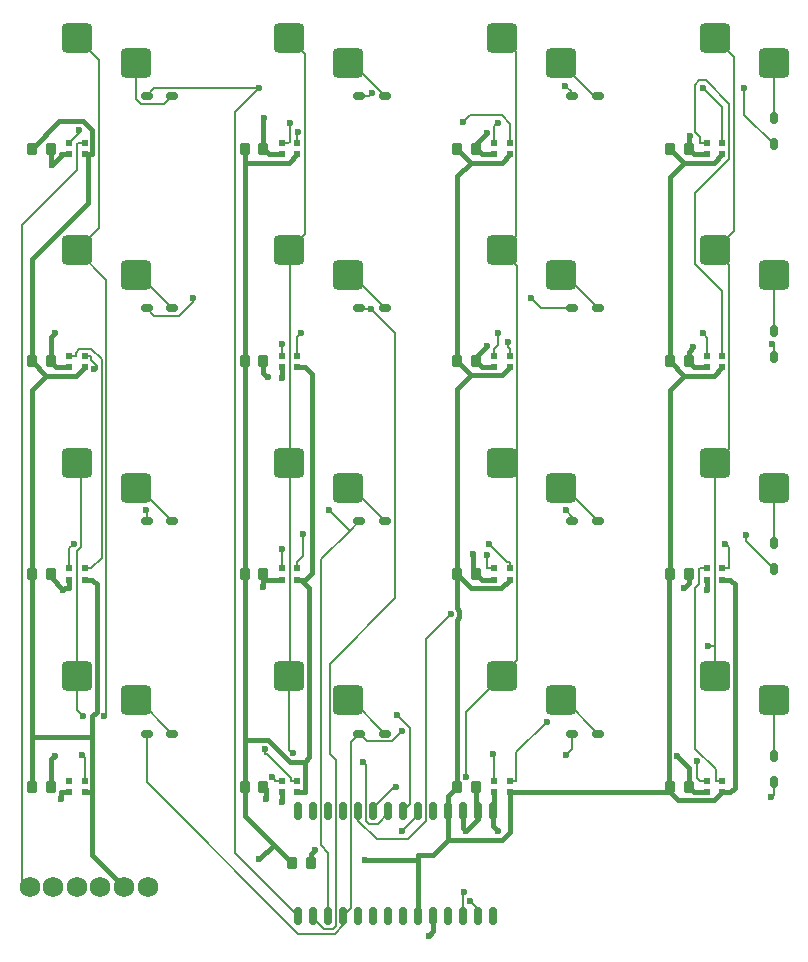
<source format=gtl>
%TF.GenerationSoftware,KiCad,Pcbnew,9.0.7*%
%TF.CreationDate,2026-03-02T03:21:02+09:00*%
%TF.ProjectId,mixtee-key-pcb,6d697874-6565-42d6-9b65-792d7063622e,rev?*%
%TF.SameCoordinates,Original*%
%TF.FileFunction,Copper,L1,Top*%
%TF.FilePolarity,Positive*%
%FSLAX46Y46*%
G04 Gerber Fmt 4.6, Leading zero omitted, Abs format (unit mm)*
G04 Created by KiCad (PCBNEW 9.0.7) date 2026-03-02 03:21:02*
%MOMM*%
%LPD*%
G01*
G04 APERTURE LIST*
G04 Aperture macros list*
%AMRoundRect*
0 Rectangle with rounded corners*
0 $1 Rounding radius*
0 $2 $3 $4 $5 $6 $7 $8 $9 X,Y pos of 4 corners*
0 Add a 4 corners polygon primitive as box body*
4,1,4,$2,$3,$4,$5,$6,$7,$8,$9,$2,$3,0*
0 Add four circle primitives for the rounded corners*
1,1,$1+$1,$2,$3*
1,1,$1+$1,$4,$5*
1,1,$1+$1,$6,$7*
1,1,$1+$1,$8,$9*
0 Add four rect primitives between the rounded corners*
20,1,$1+$1,$2,$3,$4,$5,0*
20,1,$1+$1,$4,$5,$6,$7,0*
20,1,$1+$1,$6,$7,$8,$9,0*
20,1,$1+$1,$8,$9,$2,$3,0*%
G04 Aperture macros list end*
%TA.AperFunction,SMDPad,CuDef*%
%ADD10RoundRect,0.150000X-0.150000X-0.625000X0.150000X-0.625000X0.150000X0.625000X-0.150000X0.625000X0*%
%TD*%
%TA.AperFunction,SMDPad,CuDef*%
%ADD11R,0.500000X0.550000*%
%TD*%
%TA.AperFunction,SMDPad,CuDef*%
%ADD12RoundRect,0.225000X-0.225000X-0.275000X0.225000X-0.275000X0.225000X0.275000X-0.225000X0.275000X0*%
%TD*%
%TA.AperFunction,SMDPad,CuDef*%
%ADD13RoundRect,0.175000X-0.325000X-0.175000X0.325000X-0.175000X0.325000X0.175000X-0.325000X0.175000X0*%
%TD*%
%TA.AperFunction,SMDPad,CuDef*%
%ADD14RoundRect,0.375000X-0.900000X-0.875000X0.900000X-0.875000X0.900000X0.875000X-0.900000X0.875000X0*%
%TD*%
%TA.AperFunction,SMDPad,CuDef*%
%ADD15RoundRect,0.175000X0.175000X-0.325000X0.175000X0.325000X-0.175000X0.325000X-0.175000X-0.325000X0*%
%TD*%
%TA.AperFunction,ComponentPad*%
%ADD16C,1.750000*%
%TD*%
%TA.AperFunction,ViaPad*%
%ADD17C,0.600000*%
%TD*%
%TA.AperFunction,Conductor*%
%ADD18C,0.400000*%
%TD*%
%TA.AperFunction,Conductor*%
%ADD19C,0.200000*%
%TD*%
G04 APERTURE END LIST*
D10*
%TO.P,U1,1*%
%TO.N,ROW0*%
X27745000Y-77445000D03*
%TO.P,U1,2*%
%TO.N,ROW1*%
X29015000Y-77445000D03*
%TO.P,U1,3*%
%TO.N,ROW2*%
X30285000Y-77445000D03*
%TO.P,U1,4*%
%TO.N,ROW3*%
X31555000Y-77445000D03*
%TO.P,U1,5*%
%TO.N,N/C*%
X32825000Y-77445000D03*
%TO.P,U1,6*%
X34095000Y-77445000D03*
%TO.P,U1,7*%
X35365000Y-77445000D03*
%TO.P,U1,8*%
X36635000Y-77445000D03*
%TO.P,U1,9*%
%TO.N,5V*%
X37905000Y-77445000D03*
%TO.P,U1,10*%
%TO.N,GND*%
X39175000Y-77445000D03*
%TO.P,U1,11*%
%TO.N,N/C*%
X40445000Y-77445000D03*
%TO.P,U1,12*%
%TO.N,SCL*%
X41715000Y-77445000D03*
%TO.P,U1,13*%
%TO.N,SDA*%
X42985000Y-77445000D03*
%TO.P,U1,14*%
%TO.N,N/C*%
X44255000Y-77445000D03*
%TO.P,U1,15*%
%TO.N,GND*%
X44255000Y-68555000D03*
%TO.P,U1,16*%
X42985000Y-68555000D03*
%TO.P,U1,17*%
X41715000Y-68555000D03*
%TO.P,U1,18*%
%TO.N,5V*%
X40445000Y-68555000D03*
%TO.P,U1,19*%
%TO.N,N/C*%
X39175000Y-68555000D03*
%TO.P,U1,20*%
%TO.N,INT*%
X37905000Y-68555000D03*
%TO.P,U1,21*%
%TO.N,COL0*%
X36635000Y-68555000D03*
%TO.P,U1,22*%
%TO.N,COL1*%
X35365000Y-68555000D03*
%TO.P,U1,23*%
%TO.N,COL2*%
X34095000Y-68555000D03*
%TO.P,U1,24*%
%TO.N,COL3*%
X32825000Y-68555000D03*
%TO.P,U1,25*%
%TO.N,N/C*%
X31555000Y-68555000D03*
%TO.P,U1,26*%
X30285000Y-68555000D03*
%TO.P,U1,27*%
X29015000Y-68555000D03*
%TO.P,U1,28*%
X27745000Y-68555000D03*
%TD*%
D11*
%TO.P,LED14,1*%
%TO.N,NEO_D14*%
X26350000Y-66025000D03*
%TO.P,LED14,2*%
%TO.N,GND*%
X26350000Y-66975000D03*
%TO.P,LED14,3*%
%TO.N,5V*%
X27650000Y-66975000D03*
%TO.P,LED14,4*%
%TO.N,NEO_D13*%
X27650000Y-66025000D03*
%TD*%
%TO.P,LED13,1*%
%TO.N,N/C*%
X8350000Y-66025000D03*
%TO.P,LED13,2*%
%TO.N,GND*%
X8350000Y-66975000D03*
%TO.P,LED13,3*%
%TO.N,5V*%
X9650000Y-66975000D03*
%TO.P,LED13,4*%
%TO.N,NEO_D14*%
X9650000Y-66025000D03*
%TD*%
D12*
%TO.P,C2,1*%
%TO.N,5V*%
X23200000Y-12500000D03*
%TO.P,C2,2*%
%TO.N,GND*%
X24800000Y-12500000D03*
%TD*%
D13*
%TO.P,D9,1*%
%TO.N,ROW2*%
X14900000Y-44000000D03*
%TO.P,D9,2*%
%TO.N,SW9_D*%
X17100000Y-44000000D03*
%TD*%
%TO.P,D5,1*%
%TO.N,ROW1*%
X14900000Y-26000000D03*
%TO.P,D5,2*%
%TO.N,SW5_D*%
X17100000Y-26000000D03*
%TD*%
D14*
%TO.P,SW7,1*%
%TO.N,COL2*%
X45000000Y-21100000D03*
%TO.P,SW7,2*%
%TO.N,SW7_D*%
X50000000Y-23200000D03*
%TD*%
D11*
%TO.P,LED1,1*%
%TO.N,NEO_D0*%
X8350000Y-12025000D03*
%TO.P,LED1,2*%
%TO.N,GND*%
X8350000Y-12975000D03*
%TO.P,LED1,3*%
%TO.N,5V*%
X9650000Y-12975000D03*
%TO.P,LED1,4*%
%TO.N,NEO_DIN*%
X9650000Y-12025000D03*
%TD*%
D15*
%TO.P,D16,1*%
%TO.N,ROW3*%
X68000000Y-66100000D03*
%TO.P,D16,2*%
%TO.N,SW16_D*%
X68000000Y-63900000D03*
%TD*%
D14*
%TO.P,SW13,1*%
%TO.N,COL0*%
X9000000Y-57100000D03*
%TO.P,SW13,2*%
%TO.N,SW13_D*%
X14000000Y-59200000D03*
%TD*%
%TO.P,SW16,1*%
%TO.N,COL3*%
X63000000Y-57100000D03*
%TO.P,SW16,2*%
%TO.N,SW16_D*%
X68000000Y-59200000D03*
%TD*%
%TO.P,SW1,1*%
%TO.N,COL0*%
X9000000Y-3100000D03*
%TO.P,SW1,2*%
%TO.N,SW1_D*%
X14000000Y-5200000D03*
%TD*%
D11*
%TO.P,LED9,1*%
%TO.N,NEO_D8*%
X8350000Y-48025000D03*
%TO.P,LED9,2*%
%TO.N,GND*%
X8350000Y-48975000D03*
%TO.P,LED9,3*%
%TO.N,5V*%
X9650000Y-48975000D03*
%TO.P,LED9,4*%
%TO.N,NEO_D7*%
X9650000Y-48025000D03*
%TD*%
D13*
%TO.P,D1,1*%
%TO.N,ROW0*%
X14900000Y-8000000D03*
%TO.P,D1,2*%
%TO.N,SW1_D*%
X17100000Y-8000000D03*
%TD*%
D11*
%TO.P,LED12,1*%
%TO.N,NEO_D11*%
X62350000Y-48025000D03*
%TO.P,LED12,2*%
%TO.N,GND*%
X62350000Y-48975000D03*
%TO.P,LED12,3*%
%TO.N,5V*%
X63650000Y-48975000D03*
%TO.P,LED12,4*%
%TO.N,NEO_D10*%
X63650000Y-48025000D03*
%TD*%
%TO.P,LED7,1*%
%TO.N,NEO_D5*%
X44350000Y-30025000D03*
%TO.P,LED7,2*%
%TO.N,GND*%
X44350000Y-30975000D03*
%TO.P,LED7,3*%
%TO.N,5V*%
X45650000Y-30975000D03*
%TO.P,LED7,4*%
%TO.N,NEO_D4*%
X45650000Y-30025000D03*
%TD*%
D15*
%TO.P,D12,1*%
%TO.N,ROW2*%
X68000000Y-48100000D03*
%TO.P,D12,2*%
%TO.N,SW12_D*%
X68000000Y-45900000D03*
%TD*%
D11*
%TO.P,LED16,1*%
%TO.N,NEO_D12*%
X62350000Y-66025000D03*
%TO.P,LED16,2*%
%TO.N,GND*%
X62350000Y-66975000D03*
%TO.P,LED16,3*%
%TO.N,5V*%
X63650000Y-66975000D03*
%TO.P,LED16,4*%
%TO.N,NEO_D11*%
X63650000Y-66025000D03*
%TD*%
D16*
%TO.P,J1,1*%
%TO.N,NEO_DIN*%
X5000000Y-75000000D03*
%TO.P,J1,2*%
%TO.N,SDA*%
X7000000Y-75000000D03*
%TO.P,J1,3*%
%TO.N,SCL*%
X9000000Y-75000000D03*
%TO.P,J1,4*%
%TO.N,INT*%
X11000000Y-75000000D03*
%TO.P,J1,5*%
%TO.N,5V*%
X13000000Y-75000000D03*
%TO.P,J1,6*%
%TO.N,GND*%
X15000000Y-75000000D03*
%TD*%
D12*
%TO.P,C13,1*%
%TO.N,5V*%
X5200000Y-66500000D03*
%TO.P,C13,2*%
%TO.N,GND*%
X6800000Y-66500000D03*
%TD*%
D14*
%TO.P,SW8,1*%
%TO.N,COL3*%
X63000000Y-21100000D03*
%TO.P,SW8,2*%
%TO.N,SW8_D*%
X68000000Y-23200000D03*
%TD*%
D11*
%TO.P,LED11,1*%
%TO.N,NEO_D10*%
X44350000Y-48025000D03*
%TO.P,LED11,2*%
%TO.N,GND*%
X44350000Y-48975000D03*
%TO.P,LED11,3*%
%TO.N,5V*%
X45650000Y-48975000D03*
%TO.P,LED11,4*%
%TO.N,NEO_D9*%
X45650000Y-48025000D03*
%TD*%
D15*
%TO.P,D8,1*%
%TO.N,ROW1*%
X68000000Y-30100000D03*
%TO.P,D8,2*%
%TO.N,SW8_D*%
X68000000Y-27900000D03*
%TD*%
D11*
%TO.P,LED8,1*%
%TO.N,NEO_D4*%
X62350000Y-30025000D03*
%TO.P,LED8,2*%
%TO.N,GND*%
X62350000Y-30975000D03*
%TO.P,LED8,3*%
%TO.N,5V*%
X63650000Y-30975000D03*
%TO.P,LED8,4*%
%TO.N,NEO_D3*%
X63650000Y-30025000D03*
%TD*%
D12*
%TO.P,C12,1*%
%TO.N,5V*%
X59200000Y-48500000D03*
%TO.P,C12,2*%
%TO.N,GND*%
X60800000Y-48500000D03*
%TD*%
%TO.P,C15,1*%
%TO.N,5V*%
X41200000Y-66500000D03*
%TO.P,C15,2*%
%TO.N,GND*%
X42800000Y-66500000D03*
%TD*%
%TO.P,C10,1*%
%TO.N,5V*%
X23200000Y-48500000D03*
%TO.P,C10,2*%
%TO.N,GND*%
X24800000Y-48500000D03*
%TD*%
D14*
%TO.P,SW2,1*%
%TO.N,COL1*%
X27000000Y-3100000D03*
%TO.P,SW2,2*%
%TO.N,SW2_D*%
X32000000Y-5200000D03*
%TD*%
D12*
%TO.P,C4,1*%
%TO.N,5V*%
X59200000Y-12500000D03*
%TO.P,C4,2*%
%TO.N,GND*%
X60800000Y-12500000D03*
%TD*%
D14*
%TO.P,SW4,1*%
%TO.N,COL3*%
X63000000Y-3100000D03*
%TO.P,SW4,2*%
%TO.N,SW4_D*%
X68000000Y-5200000D03*
%TD*%
D13*
%TO.P,D11,1*%
%TO.N,ROW2*%
X50900000Y-44000000D03*
%TO.P,D11,2*%
%TO.N,SW11_D*%
X53100000Y-44000000D03*
%TD*%
%TO.P,D13,1*%
%TO.N,ROW3*%
X14900000Y-62000000D03*
%TO.P,D13,2*%
%TO.N,SW13_D*%
X17100000Y-62000000D03*
%TD*%
D11*
%TO.P,LED2,1*%
%TO.N,NEO_D1*%
X26350000Y-12025000D03*
%TO.P,LED2,2*%
%TO.N,GND*%
X26350000Y-12975000D03*
%TO.P,LED2,3*%
%TO.N,5V*%
X27650000Y-12975000D03*
%TO.P,LED2,4*%
%TO.N,NEO_D0*%
X27650000Y-12025000D03*
%TD*%
D15*
%TO.P,D4,1*%
%TO.N,ROW0*%
X68000000Y-12100000D03*
%TO.P,D4,2*%
%TO.N,SW4_D*%
X68000000Y-9900000D03*
%TD*%
D12*
%TO.P,C11,1*%
%TO.N,5V*%
X41200000Y-48500000D03*
%TO.P,C11,2*%
%TO.N,GND*%
X42800000Y-48500000D03*
%TD*%
D11*
%TO.P,LED15,1*%
%TO.N,NEO_D13*%
X44350000Y-66025000D03*
%TO.P,LED15,2*%
%TO.N,GND*%
X44350000Y-66975000D03*
%TO.P,LED15,3*%
%TO.N,5V*%
X45650000Y-66975000D03*
%TO.P,LED15,4*%
%TO.N,NEO_D12*%
X45650000Y-66025000D03*
%TD*%
D12*
%TO.P,C14,1*%
%TO.N,5V*%
X23200000Y-66500000D03*
%TO.P,C14,2*%
%TO.N,GND*%
X24800000Y-66500000D03*
%TD*%
D13*
%TO.P,D3,1*%
%TO.N,ROW0*%
X50900000Y-8000000D03*
%TO.P,D3,2*%
%TO.N,SW3_D*%
X53100000Y-8000000D03*
%TD*%
D14*
%TO.P,SW9,1*%
%TO.N,COL0*%
X9000000Y-39100000D03*
%TO.P,SW9,2*%
%TO.N,SW9_D*%
X14000000Y-41200000D03*
%TD*%
D11*
%TO.P,LED4,1*%
%TO.N,NEO_D3*%
X62350000Y-12025000D03*
%TO.P,LED4,2*%
%TO.N,GND*%
X62350000Y-12975000D03*
%TO.P,LED4,3*%
%TO.N,5V*%
X63650000Y-12975000D03*
%TO.P,LED4,4*%
%TO.N,NEO_D2*%
X63650000Y-12025000D03*
%TD*%
D14*
%TO.P,SW5,1*%
%TO.N,COL0*%
X9000000Y-21100000D03*
%TO.P,SW5,2*%
%TO.N,SW5_D*%
X14000000Y-23200000D03*
%TD*%
D12*
%TO.P,C6,1*%
%TO.N,5V*%
X23200000Y-30500000D03*
%TO.P,C6,2*%
%TO.N,GND*%
X24800000Y-30500000D03*
%TD*%
%TO.P,C17,1*%
%TO.N,5V*%
X27200000Y-73000000D03*
%TO.P,C17,2*%
%TO.N,GND*%
X28800000Y-73000000D03*
%TD*%
%TO.P,C16,1*%
%TO.N,5V*%
X59200000Y-66500000D03*
%TO.P,C16,2*%
%TO.N,GND*%
X60800000Y-66500000D03*
%TD*%
D11*
%TO.P,LED10,1*%
%TO.N,NEO_D9*%
X26350000Y-48025000D03*
%TO.P,LED10,2*%
%TO.N,GND*%
X26350000Y-48975000D03*
%TO.P,LED10,3*%
%TO.N,5V*%
X27650000Y-48975000D03*
%TO.P,LED10,4*%
%TO.N,NEO_D8*%
X27650000Y-48025000D03*
%TD*%
D13*
%TO.P,D2,1*%
%TO.N,ROW0*%
X32900000Y-8000000D03*
%TO.P,D2,2*%
%TO.N,SW2_D*%
X35100000Y-8000000D03*
%TD*%
%TO.P,D10,1*%
%TO.N,ROW2*%
X32900000Y-44000000D03*
%TO.P,D10,2*%
%TO.N,SW10_D*%
X35100000Y-44000000D03*
%TD*%
D14*
%TO.P,SW3,1*%
%TO.N,COL2*%
X45000000Y-3100000D03*
%TO.P,SW3,2*%
%TO.N,SW3_D*%
X50000000Y-5200000D03*
%TD*%
%TO.P,SW14,1*%
%TO.N,COL1*%
X27000000Y-57100000D03*
%TO.P,SW14,2*%
%TO.N,SW14_D*%
X32000000Y-59200000D03*
%TD*%
D12*
%TO.P,C7,1*%
%TO.N,5V*%
X41200000Y-30500000D03*
%TO.P,C7,2*%
%TO.N,GND*%
X42800000Y-30500000D03*
%TD*%
D13*
%TO.P,D6,1*%
%TO.N,ROW1*%
X32900000Y-26000000D03*
%TO.P,D6,2*%
%TO.N,SW6_D*%
X35100000Y-26000000D03*
%TD*%
%TO.P,D14,1*%
%TO.N,ROW3*%
X32900000Y-62000000D03*
%TO.P,D14,2*%
%TO.N,SW14_D*%
X35100000Y-62000000D03*
%TD*%
D14*
%TO.P,SW11,1*%
%TO.N,COL2*%
X45000000Y-39100000D03*
%TO.P,SW11,2*%
%TO.N,SW11_D*%
X50000000Y-41200000D03*
%TD*%
D11*
%TO.P,LED6,1*%
%TO.N,NEO_D6*%
X26350000Y-30025000D03*
%TO.P,LED6,2*%
%TO.N,GND*%
X26350000Y-30975000D03*
%TO.P,LED6,3*%
%TO.N,5V*%
X27650000Y-30975000D03*
%TO.P,LED6,4*%
%TO.N,NEO_D5*%
X27650000Y-30025000D03*
%TD*%
D12*
%TO.P,C3,1*%
%TO.N,5V*%
X41200000Y-12500000D03*
%TO.P,C3,2*%
%TO.N,GND*%
X42800000Y-12500000D03*
%TD*%
D13*
%TO.P,D15,1*%
%TO.N,ROW3*%
X50900000Y-62000000D03*
%TO.P,D15,2*%
%TO.N,SW15_D*%
X53100000Y-62000000D03*
%TD*%
D11*
%TO.P,LED3,1*%
%TO.N,NEO_D2*%
X44350000Y-12025000D03*
%TO.P,LED3,2*%
%TO.N,GND*%
X44350000Y-12975000D03*
%TO.P,LED3,3*%
%TO.N,5V*%
X45650000Y-12975000D03*
%TO.P,LED3,4*%
%TO.N,NEO_D1*%
X45650000Y-12025000D03*
%TD*%
D12*
%TO.P,C1,1*%
%TO.N,5V*%
X5200000Y-12500000D03*
%TO.P,C1,2*%
%TO.N,GND*%
X6800000Y-12500000D03*
%TD*%
D13*
%TO.P,D7,1*%
%TO.N,ROW1*%
X50900000Y-26000000D03*
%TO.P,D7,2*%
%TO.N,SW7_D*%
X53100000Y-26000000D03*
%TD*%
D12*
%TO.P,C8,1*%
%TO.N,5V*%
X59200000Y-30500000D03*
%TO.P,C8,2*%
%TO.N,GND*%
X60800000Y-30500000D03*
%TD*%
D14*
%TO.P,SW6,1*%
%TO.N,COL1*%
X27000000Y-21100000D03*
%TO.P,SW6,2*%
%TO.N,SW6_D*%
X32000000Y-23200000D03*
%TD*%
%TO.P,SW15,1*%
%TO.N,COL2*%
X45000000Y-57100000D03*
%TO.P,SW15,2*%
%TO.N,SW15_D*%
X50000000Y-59200000D03*
%TD*%
%TO.P,SW10,1*%
%TO.N,COL1*%
X27000000Y-39100000D03*
%TO.P,SW10,2*%
%TO.N,SW10_D*%
X32000000Y-41200000D03*
%TD*%
D12*
%TO.P,C9,1*%
%TO.N,5V*%
X5200000Y-48500000D03*
%TO.P,C9,2*%
%TO.N,GND*%
X6800000Y-48500000D03*
%TD*%
D14*
%TO.P,SW12,1*%
%TO.N,COL3*%
X63000000Y-39100000D03*
%TO.P,SW12,2*%
%TO.N,SW12_D*%
X68000000Y-41200000D03*
%TD*%
D11*
%TO.P,LED5,1*%
%TO.N,NEO_D7*%
X8350000Y-30025000D03*
%TO.P,LED5,2*%
%TO.N,GND*%
X8350000Y-30975000D03*
%TO.P,LED5,3*%
%TO.N,5V*%
X9650000Y-30975000D03*
%TO.P,LED5,4*%
%TO.N,NEO_D6*%
X9650000Y-30025000D03*
%TD*%
D12*
%TO.P,C5,1*%
%TO.N,5V*%
X5200000Y-30500000D03*
%TO.P,C5,2*%
%TO.N,GND*%
X6800000Y-30500000D03*
%TD*%
D17*
%TO.N,GND*%
X42582100Y-46767100D03*
X29160900Y-71843900D03*
X43735000Y-11192800D03*
X41982800Y-70259700D03*
X7625800Y-67560000D03*
X24851100Y-9882200D03*
X25029500Y-67519700D03*
X59830500Y-63932300D03*
X26399900Y-31911800D03*
X7120000Y-63866000D03*
X38794200Y-79105300D03*
X7120000Y-28118000D03*
X26350000Y-67804300D03*
X60398800Y-49648800D03*
X25158400Y-31803400D03*
X6888000Y-13876000D03*
X62325500Y-49823000D03*
X60874500Y-11422700D03*
X44696800Y-70259700D03*
X24800000Y-49553300D03*
X7841300Y-49823000D03*
X61207900Y-29274900D03*
X43735000Y-29204200D03*
%TO.N,5V*%
X24462600Y-72661000D03*
X33423000Y-72674000D03*
%TO.N,SDA*%
X42293800Y-76191800D03*
%TO.N,SCL*%
X41776000Y-75414300D03*
%TO.N,INT*%
X36503700Y-70276500D03*
%TO.N,NEO_D0*%
X27741700Y-11065100D03*
X9197700Y-10891100D03*
%TO.N,NEO_D1*%
X41731500Y-10251100D03*
X27025100Y-10279300D03*
%TO.N,NEO_D2*%
X44664000Y-10281800D03*
X61993600Y-7325200D03*
%TO.N,NEO_D4*%
X61992000Y-28118000D03*
X45470100Y-28846600D03*
%TO.N,NEO_D5*%
X44664000Y-28118000D03*
X27940000Y-28118000D03*
%TO.N,NEO_D6*%
X26396000Y-28984900D03*
X10480500Y-31114000D03*
%TO.N,NEO_D8*%
X28130300Y-45147800D03*
X8730400Y-45940400D03*
%TO.N,NEO_D9*%
X26396000Y-46336700D03*
X43878200Y-45940400D03*
%TO.N,NEO_D10*%
X63920700Y-45940400D03*
X43753500Y-46906100D03*
%TO.N,NEO_D12*%
X48809000Y-60992300D03*
X61508900Y-64297100D03*
%TO.N,NEO_D13*%
X44219900Y-63762800D03*
X24916300Y-63292900D03*
%TO.N,NEO_D14*%
X25521800Y-65673200D03*
X9474800Y-63824500D03*
%TO.N,COL0*%
X11320500Y-60555600D03*
X36094700Y-60405500D03*
X9536500Y-60555600D03*
%TO.N,COL1*%
X33212300Y-64392200D03*
X27299400Y-63657000D03*
%TO.N,COL2*%
X36000000Y-66513700D03*
X41950400Y-65673300D03*
%TO.N,COL3*%
X62456500Y-54607500D03*
X40666000Y-51881200D03*
%TO.N,ROW0*%
X24448000Y-7325200D03*
X50343300Y-7147100D03*
X65529000Y-7325200D03*
X33978400Y-7750500D03*
%TO.N,ROW1*%
X33937000Y-26099600D03*
X47415800Y-25147600D03*
X18858400Y-25147600D03*
X67855500Y-29000000D03*
%TO.N,ROW2*%
X50380800Y-43109600D03*
X65630000Y-45169800D03*
X30386900Y-43109600D03*
X14867500Y-43109600D03*
%TO.N,ROW3*%
X36522400Y-61803900D03*
X67768000Y-67409500D03*
X50440000Y-63799300D03*
%TD*%
D18*
%TO.N,GND*%
X44350000Y-68460000D02*
X44350000Y-66975000D01*
X6800000Y-48781700D02*
X6800000Y-48500000D01*
X24851100Y-9882200D02*
X24800000Y-9933300D01*
X24800000Y-48975000D02*
X25688300Y-48975000D01*
X6800000Y-64186000D02*
X6800000Y-66500000D01*
X8350000Y-12975000D02*
X7688300Y-12975000D01*
X44255000Y-68555000D02*
X44350000Y-68460000D01*
X61207900Y-29274900D02*
X60800000Y-29682800D01*
X60874500Y-11422700D02*
X60800000Y-11497200D01*
X42985000Y-69257500D02*
X42985000Y-68555000D01*
X7688300Y-67497500D02*
X7688300Y-66975000D01*
X61275000Y-30975000D02*
X62350000Y-30975000D01*
X7688300Y-13075700D02*
X7688300Y-12975000D01*
X28800000Y-72204800D02*
X28800000Y-73000000D01*
X26350000Y-66975000D02*
X26350000Y-67804300D01*
X25158400Y-31803400D02*
X24800000Y-31445000D01*
X7841300Y-49823000D02*
X8002600Y-49661700D01*
X61275000Y-66975000D02*
X60800000Y-66500000D01*
X38794200Y-79105300D02*
X39175000Y-78724500D01*
X62325500Y-49823000D02*
X62350000Y-49798500D01*
X43275000Y-30975000D02*
X44350000Y-30975000D01*
X24800000Y-31445000D02*
X24800000Y-30500000D01*
X42800000Y-48500000D02*
X43275000Y-48975000D01*
X8002600Y-49661700D02*
X8350000Y-49661700D01*
X6800000Y-13788000D02*
X6800000Y-12500000D01*
X42800000Y-68370000D02*
X42800000Y-66500000D01*
X25029500Y-66729500D02*
X24800000Y-66500000D01*
X41715000Y-69991900D02*
X41715000Y-68555000D01*
X60800000Y-11497200D02*
X60800000Y-12500000D01*
X7841300Y-49823000D02*
X6800000Y-48781700D01*
X44696800Y-70259700D02*
X44255000Y-69817900D01*
X7625800Y-67560000D02*
X7688300Y-67497500D01*
X42582100Y-46767100D02*
X42582100Y-48282100D01*
X60398800Y-49648800D02*
X60800000Y-49247600D01*
X42582100Y-48282100D02*
X42800000Y-48500000D01*
X60799900Y-66500000D02*
X60800000Y-66500000D01*
X7120000Y-63866000D02*
X6800000Y-64186000D01*
X43275000Y-12975000D02*
X44350000Y-12975000D01*
X43735000Y-11192800D02*
X42800000Y-12127800D01*
X7275000Y-30975000D02*
X8350000Y-30975000D01*
X6800000Y-28438000D02*
X6800000Y-30500000D01*
X39175000Y-78724500D02*
X39175000Y-77445000D01*
X6888000Y-13876000D02*
X7688300Y-13075700D01*
X25275000Y-12975000D02*
X26350000Y-12975000D01*
X42800000Y-30139200D02*
X42800000Y-30500000D01*
X7120000Y-28118000D02*
X6800000Y-28438000D01*
X62350000Y-49798500D02*
X62350000Y-48975000D01*
X41982800Y-70259700D02*
X42985000Y-69257500D01*
X42800000Y-30500000D02*
X43275000Y-30975000D01*
X41982800Y-70259700D02*
X41715000Y-69991900D01*
X60800000Y-29682800D02*
X60800000Y-30500000D01*
X44255000Y-69817900D02*
X44255000Y-68555000D01*
X62350000Y-66975000D02*
X61275000Y-66975000D01*
X8350000Y-48975000D02*
X8350000Y-49661700D01*
X24800000Y-12500000D02*
X25275000Y-12975000D01*
X43735000Y-29204200D02*
X42800000Y-30139200D01*
X26350000Y-31861900D02*
X26350000Y-30975000D01*
X25029500Y-67519700D02*
X25029500Y-66729500D01*
X6888000Y-13876000D02*
X6800000Y-13788000D01*
X26399900Y-31911800D02*
X26350000Y-31861900D01*
X59830500Y-63932300D02*
X60799900Y-64901700D01*
X8350000Y-66975000D02*
X7688300Y-66975000D01*
X6800000Y-30500000D02*
X7275000Y-30975000D01*
X60800000Y-49247600D02*
X60800000Y-48500000D01*
X24800000Y-48975000D02*
X24800000Y-49553300D01*
X42985000Y-68555000D02*
X42800000Y-68370000D01*
X24800000Y-9933300D02*
X24800000Y-12500000D01*
X24800000Y-48500000D02*
X24800000Y-48975000D01*
X42800000Y-12127800D02*
X42800000Y-12500000D01*
X60800000Y-30500000D02*
X61275000Y-30975000D01*
X43275000Y-48975000D02*
X44350000Y-48975000D01*
X60799900Y-64901700D02*
X60799900Y-66500000D01*
X26350000Y-48975000D02*
X25688300Y-48975000D01*
X42800000Y-12500000D02*
X43275000Y-12975000D01*
X29160900Y-71843900D02*
X28800000Y-72204800D01*
X60800000Y-12500000D02*
X61275000Y-12975000D01*
X61275000Y-12975000D02*
X62350000Y-12975000D01*
%TO.N,5V*%
X59200000Y-30500000D02*
X59200000Y-14869000D01*
X63650000Y-66975000D02*
X64311700Y-66975000D01*
X42375200Y-49675200D02*
X41200000Y-48500000D01*
X45650000Y-48975000D02*
X44949800Y-49675200D01*
X44971600Y-71017900D02*
X40445000Y-71017900D01*
X62961600Y-67663400D02*
X63650000Y-66975000D01*
X63650000Y-12975000D02*
X62940500Y-13684500D01*
X59200000Y-48500000D02*
X59118800Y-48581200D01*
X23200000Y-66500000D02*
X23200000Y-69000000D01*
X23200000Y-62564800D02*
X25197500Y-62564800D01*
X44963300Y-13661700D02*
X45650000Y-12975000D01*
X7528900Y-10171100D02*
X9557300Y-10171100D01*
X9980900Y-12975000D02*
X10311700Y-12975000D01*
X40445000Y-71017900D02*
X39175000Y-72287900D01*
X10708900Y-49372200D02*
X10708900Y-60160800D01*
X27980900Y-48975000D02*
X28311700Y-48975000D01*
X42361700Y-31661700D02*
X44963300Y-31661700D01*
X28905700Y-48381000D02*
X28311700Y-48975000D01*
X45650000Y-66975000D02*
X46311700Y-66975000D01*
X27650000Y-12975000D02*
X26949700Y-13675300D01*
X26949700Y-13675300D02*
X23200000Y-13675300D01*
X27650000Y-30975000D02*
X28311700Y-30975000D01*
X25661800Y-71461800D02*
X27200000Y-73000000D01*
X23200000Y-13675300D02*
X23200000Y-12500000D01*
X41200000Y-32823400D02*
X42361700Y-31661700D01*
X59888400Y-67663400D02*
X62961600Y-67663400D01*
X59118800Y-66418800D02*
X59200000Y-66500000D01*
X60407400Y-31707400D02*
X59200000Y-30500000D01*
X37905000Y-72674000D02*
X37905000Y-77445000D01*
X8917600Y-31707400D02*
X6407400Y-31707400D01*
X41200000Y-30500000D02*
X42361700Y-31661700D01*
X64689900Y-49353200D02*
X64311700Y-48975000D01*
X10708900Y-60160800D02*
X10311700Y-60558000D01*
X41200000Y-14823400D02*
X42361700Y-13661700D01*
X37905000Y-72287900D02*
X37905000Y-72674000D01*
X23200000Y-48500000D02*
X23200000Y-62564800D01*
X59200000Y-66975000D02*
X46311700Y-66975000D01*
X60407400Y-31707400D02*
X59200000Y-32914800D01*
X27028500Y-64395800D02*
X28311700Y-64395800D01*
X24462600Y-72661000D02*
X25661800Y-71461800D01*
X27980900Y-48975000D02*
X28695200Y-49689300D01*
X59200000Y-32914800D02*
X59200000Y-48500000D01*
X45650000Y-66975000D02*
X45650000Y-70339500D01*
X28311700Y-64395800D02*
X28311700Y-66975000D01*
X28311700Y-30975000D02*
X28905700Y-31569000D01*
X64689900Y-66596800D02*
X64689900Y-49353200D01*
X28695200Y-64012300D02*
X28311700Y-64395800D01*
X23200000Y-30500000D02*
X23200000Y-48500000D01*
X23200000Y-30500000D02*
X23200000Y-13675300D01*
X9650000Y-12975000D02*
X9980900Y-12975000D01*
X10311700Y-66975000D02*
X10311700Y-72311700D01*
X39175000Y-72287900D02*
X37905000Y-72287900D01*
X5200000Y-21857000D02*
X5200000Y-30500000D01*
X42361700Y-13661700D02*
X44963300Y-13661700D01*
X10311700Y-62284000D02*
X10311700Y-66975000D01*
X9557300Y-10171100D02*
X10311700Y-10925500D01*
X27650000Y-48975000D02*
X27980900Y-48975000D01*
X59200000Y-14869000D02*
X60384500Y-13684500D01*
X5200000Y-32914800D02*
X6407400Y-31707400D01*
X59200000Y-66500000D02*
X59200000Y-66975000D01*
X6407400Y-31707400D02*
X5200000Y-30500000D01*
X63650000Y-30975000D02*
X62917600Y-31707400D01*
X41200000Y-48500000D02*
X41200000Y-32823400D01*
X10311700Y-10925500D02*
X10311700Y-12975000D01*
X5200000Y-12500000D02*
X7528900Y-10171100D01*
X40445000Y-67255000D02*
X41200000Y-66500000D01*
X64311700Y-66975000D02*
X64689900Y-66596800D01*
X10311700Y-60558000D02*
X10311700Y-62284000D01*
X9980900Y-17076100D02*
X5200000Y-21857000D01*
X63650000Y-48975000D02*
X64311700Y-48975000D01*
X59118800Y-48581200D02*
X59118800Y-66418800D01*
X44949800Y-49675200D02*
X42375200Y-49675200D01*
X60384500Y-13684500D02*
X59200000Y-12500000D01*
X45650000Y-70339500D02*
X44971600Y-71017900D01*
X5200000Y-48500000D02*
X5200000Y-32914800D01*
X25197500Y-62564800D02*
X27028500Y-64395800D01*
X9980900Y-12975000D02*
X9980900Y-17076100D01*
X5200000Y-62284000D02*
X10311700Y-62284000D01*
X41200000Y-52353700D02*
X41377700Y-52176000D01*
X41377700Y-52176000D02*
X41377700Y-51586400D01*
X62917600Y-31707400D02*
X60407400Y-31707400D01*
X40445000Y-71017900D02*
X40445000Y-68555000D01*
X28905700Y-31569000D02*
X28905700Y-48381000D01*
X23200000Y-62564800D02*
X23200000Y-66500000D01*
X41200000Y-12500000D02*
X42361700Y-13661700D01*
X28695200Y-49689300D02*
X28695200Y-64012300D01*
X44963300Y-31661700D02*
X45650000Y-30975000D01*
X37905000Y-72674000D02*
X33423000Y-72674000D01*
X5200000Y-66500000D02*
X5200000Y-62284000D01*
X41377700Y-51586400D02*
X41200000Y-51408700D01*
X59200000Y-66975000D02*
X59888400Y-67663400D01*
X5200000Y-62284000D02*
X5200000Y-48500000D01*
X40445000Y-68555000D02*
X40445000Y-67255000D01*
X10311700Y-72311700D02*
X13000000Y-75000000D01*
X9650000Y-48975000D02*
X10311700Y-48975000D01*
X41200000Y-66500000D02*
X41200000Y-52353700D01*
X23200000Y-69000000D02*
X25661800Y-71461800D01*
X10311700Y-48975000D02*
X10708900Y-49372200D01*
X41200000Y-51408700D02*
X41200000Y-48500000D01*
X62940500Y-13684500D02*
X60384500Y-13684500D01*
X27650000Y-66975000D02*
X28311700Y-66975000D01*
X9650000Y-66975000D02*
X10311700Y-66975000D01*
X41200000Y-30500000D02*
X41200000Y-14823400D01*
X9650000Y-30975000D02*
X8917600Y-31707400D01*
D19*
%TO.N,SDA*%
X42985000Y-76883000D02*
X42985000Y-77445000D01*
X42293800Y-76191800D02*
X42985000Y-76883000D01*
%TO.N,SCL*%
X41776000Y-75414300D02*
X41682100Y-75508200D01*
X41682100Y-75508200D02*
X41682100Y-77412100D01*
X41682100Y-77412100D02*
X41715000Y-77445000D01*
%TO.N,INT*%
X37905000Y-68875200D02*
X36503700Y-70276500D01*
X37905000Y-68555000D02*
X37905000Y-68875200D01*
%TO.N,NEO_DIN*%
X4375300Y-18933400D02*
X4375300Y-74375300D01*
X9000000Y-12123300D02*
X9000000Y-14308700D01*
X9000000Y-14308700D02*
X4375300Y-18933400D01*
X9650000Y-12025000D02*
X9098300Y-12025000D01*
X4375300Y-74375300D02*
X5000000Y-75000000D01*
X9098300Y-12025000D02*
X9000000Y-12123300D01*
%TO.N,NEO_D0*%
X9197700Y-11177300D02*
X9197700Y-10891100D01*
X27741700Y-11065100D02*
X27650000Y-11156800D01*
X27650000Y-11156800D02*
X27650000Y-12025000D01*
X8350000Y-12025000D02*
X9197700Y-11177300D01*
%TO.N,NEO_D1*%
X44966400Y-9670000D02*
X42312600Y-9670000D01*
X45650000Y-12025000D02*
X45650000Y-10353600D01*
X27025100Y-10279300D02*
X27025100Y-11901600D01*
X26350000Y-12025000D02*
X26901700Y-12025000D01*
X27025100Y-11901600D02*
X26901700Y-12025000D01*
X42312600Y-9670000D02*
X41731500Y-10251100D01*
X45650000Y-10353600D02*
X44966400Y-9670000D01*
%TO.N,NEO_D2*%
X44350000Y-10595800D02*
X44350000Y-12025000D01*
X63650000Y-8981600D02*
X61993600Y-7325200D01*
X63650000Y-12025000D02*
X63650000Y-8981600D01*
X44664000Y-10281800D02*
X44350000Y-10595800D01*
%TO.N,NEO_D3*%
X61377600Y-16213200D02*
X64212000Y-13378800D01*
X61717200Y-6707400D02*
X61356400Y-7068200D01*
X61356400Y-11031400D02*
X61798300Y-11473300D01*
X61356400Y-7068200D02*
X61356400Y-11031400D01*
X64212000Y-8673600D02*
X62245800Y-6707400D01*
X62245800Y-6707400D02*
X61717200Y-6707400D01*
X63650000Y-24537100D02*
X61377600Y-22264700D01*
X61798300Y-11473300D02*
X61798300Y-12025000D01*
X64212000Y-13378800D02*
X64212000Y-8673600D01*
X63650000Y-30025000D02*
X63650000Y-24537100D01*
X61377600Y-22264700D02*
X61377600Y-16213200D01*
X62350000Y-12025000D02*
X61798300Y-12025000D01*
%TO.N,NEO_D4*%
X45650000Y-30025000D02*
X45650000Y-29448300D01*
X61992000Y-28118000D02*
X62350000Y-28476000D01*
X62350000Y-28476000D02*
X62350000Y-30025000D01*
X45650000Y-29448300D02*
X45470100Y-29268400D01*
X45470100Y-29268400D02*
X45470100Y-28846600D01*
%TO.N,NEO_D5*%
X27650000Y-28408000D02*
X27650000Y-30025000D01*
X44350000Y-29448300D02*
X44664000Y-29134300D01*
X44664000Y-29134300D02*
X44664000Y-28118000D01*
X27940000Y-28118000D02*
X27650000Y-28408000D01*
X44350000Y-30025000D02*
X44350000Y-29448300D01*
%TO.N,NEO_D6*%
X10680600Y-30877400D02*
X10680600Y-31114000D01*
X9650000Y-30025000D02*
X10201700Y-30025000D01*
X10201700Y-30025000D02*
X10201700Y-30398500D01*
X26396000Y-28984900D02*
X26350000Y-29030900D01*
X26350000Y-29030900D02*
X26350000Y-30025000D01*
X10201700Y-30398500D02*
X10680600Y-30877400D01*
X10680600Y-31114000D02*
X10480500Y-31114000D01*
%TO.N,NEO_D7*%
X8901700Y-29749100D02*
X9202500Y-29448300D01*
X10208700Y-29448300D02*
X11092400Y-30332000D01*
X11092400Y-47134300D02*
X10201700Y-48025000D01*
X8901700Y-30025000D02*
X8901700Y-29749100D01*
X8350000Y-30025000D02*
X8901700Y-30025000D01*
X11092400Y-30332000D02*
X11092400Y-47134300D01*
X9202500Y-29448300D02*
X10208700Y-29448300D01*
X9650000Y-48025000D02*
X10201700Y-48025000D01*
%TO.N,NEO_D8*%
X27650000Y-48025000D02*
X27650000Y-47448300D01*
X28130300Y-46968000D02*
X28130300Y-45147800D01*
X8350000Y-46320800D02*
X8350000Y-48025000D01*
X27650000Y-47448300D02*
X28130300Y-46968000D01*
X8730400Y-45940400D02*
X8350000Y-46320800D01*
%TO.N,NEO_D9*%
X26350000Y-46382700D02*
X26350000Y-48025000D01*
X45386100Y-47448300D02*
X43878200Y-45940400D01*
X45650000Y-47448300D02*
X45386100Y-47448300D01*
X26396000Y-46336700D02*
X26350000Y-46382700D01*
X45650000Y-48025000D02*
X45650000Y-47448300D01*
%TO.N,NEO_D10*%
X64201700Y-48025000D02*
X64201700Y-46221400D01*
X43753500Y-46906100D02*
X43753500Y-47980200D01*
X44350000Y-48025000D02*
X43798300Y-48025000D01*
X63650000Y-48025000D02*
X64201700Y-48025000D01*
X43753500Y-47980200D02*
X43798300Y-48025000D01*
X64201700Y-46221400D02*
X63920700Y-45940400D01*
%TO.N,NEO_D11*%
X63098300Y-65021500D02*
X61376900Y-63300100D01*
X61715300Y-48108000D02*
X61798300Y-48025000D01*
X61376900Y-49649500D02*
X61715300Y-49311100D01*
X63650000Y-66025000D02*
X63098300Y-66025000D01*
X63098300Y-66025000D02*
X63098300Y-65021500D01*
X61715300Y-49311100D02*
X61715300Y-48108000D01*
X61376900Y-63300100D02*
X61376900Y-49649500D01*
X62350000Y-48025000D02*
X61798300Y-48025000D01*
%TO.N,NEO_D12*%
X46201700Y-63599600D02*
X48809000Y-60992300D01*
X62350000Y-66025000D02*
X61798300Y-66025000D01*
X61508900Y-65735600D02*
X61798300Y-66025000D01*
X61508900Y-64297100D02*
X61508900Y-65735600D01*
X45650000Y-66025000D02*
X46201700Y-66025000D01*
X46201700Y-66025000D02*
X46201700Y-63599600D01*
%TO.N,NEO_D13*%
X27650000Y-66025000D02*
X27098300Y-66025000D01*
X44350000Y-63892900D02*
X44219900Y-63762800D01*
X24916300Y-63292900D02*
X24916300Y-63761200D01*
X25110300Y-63761200D02*
X27098300Y-65749200D01*
X44350000Y-66025000D02*
X44350000Y-63892900D01*
X24916300Y-63761200D02*
X25110300Y-63761200D01*
X27098300Y-65749200D02*
X27098300Y-66025000D01*
%TO.N,NEO_D14*%
X9650000Y-63999700D02*
X9474800Y-63824500D01*
X25798300Y-65949700D02*
X25798300Y-66025000D01*
X9650000Y-66025000D02*
X9650000Y-63999700D01*
X25521800Y-65673200D02*
X25798300Y-65949700D01*
X26350000Y-66025000D02*
X25798300Y-66025000D01*
%TO.N,COL0*%
X9000000Y-39100000D02*
X9343700Y-39443700D01*
X11510800Y-23610800D02*
X9000000Y-21100000D01*
X9536500Y-60555600D02*
X9000000Y-60019100D01*
X9343700Y-39443700D02*
X9343700Y-46193800D01*
X36635000Y-68555000D02*
X37188800Y-68001200D01*
X11320500Y-60555600D02*
X11510800Y-60365300D01*
X10859700Y-19240300D02*
X9000000Y-21100000D01*
X9343700Y-46193800D02*
X9000000Y-46537500D01*
X9000000Y-60019100D02*
X9000000Y-57100000D01*
X10859700Y-4959700D02*
X10859700Y-19240300D01*
X37188800Y-68001200D02*
X37188800Y-61499600D01*
X9000000Y-3100000D02*
X10859700Y-4959700D01*
X9000000Y-46537500D02*
X9000000Y-57100000D01*
X37188800Y-61499600D02*
X36094700Y-60405500D01*
X11510800Y-60365300D02*
X11510800Y-23610800D01*
%TO.N,COL1*%
X28353400Y-19746600D02*
X28353400Y-4453400D01*
X33460000Y-69369500D02*
X33460000Y-64639900D01*
X33732200Y-69641700D02*
X33460000Y-69369500D01*
X27007700Y-57092300D02*
X27007700Y-39107700D01*
X35365000Y-68738600D02*
X34461900Y-69641700D01*
X27000000Y-63357600D02*
X27000000Y-57100000D01*
X34461900Y-69641700D02*
X33732200Y-69641700D01*
X27011600Y-21111600D02*
X27000000Y-21100000D01*
X35365000Y-68555000D02*
X35365000Y-68738600D01*
X27000000Y-39100000D02*
X27011600Y-39088400D01*
X27299400Y-63657000D02*
X27000000Y-63357600D01*
X27007700Y-39107700D02*
X27000000Y-39100000D01*
X33460000Y-64639900D02*
X33212300Y-64392200D01*
X27011600Y-39088400D02*
X27011600Y-21111600D01*
X28353400Y-4453400D02*
X27000000Y-3100000D01*
X27000000Y-57100000D02*
X27007700Y-57092300D01*
X27000000Y-21100000D02*
X28353400Y-19746600D01*
%TO.N,COL2*%
X41950400Y-60149600D02*
X41950400Y-65673300D01*
X46211700Y-19888300D02*
X45000000Y-21100000D01*
X34095000Y-68301300D02*
X35882600Y-66513700D01*
X34095000Y-68555000D02*
X34095000Y-68301300D01*
X46288600Y-55811400D02*
X46288600Y-39100000D01*
X45000000Y-3100000D02*
X46211700Y-4311700D01*
X45000000Y-57100000D02*
X41950400Y-60149600D01*
X46288600Y-39100000D02*
X45000000Y-39100000D01*
X46288600Y-39100000D02*
X46288600Y-22388600D01*
X46288600Y-22388600D02*
X45000000Y-21100000D01*
X46211700Y-4311700D02*
X46211700Y-19888300D01*
X35882600Y-66513700D02*
X36000000Y-66513700D01*
X45000000Y-57100000D02*
X46288600Y-55811400D01*
%TO.N,COL3*%
X63000000Y-57100000D02*
X63000000Y-54607500D01*
X63000000Y-39100000D02*
X64229600Y-37870400D01*
X62456500Y-54607500D02*
X63000000Y-54607500D01*
X64635400Y-4735400D02*
X63000000Y-3100000D01*
X64635400Y-19464600D02*
X64635400Y-4735400D01*
X32825000Y-69365600D02*
X34378000Y-70918600D01*
X64229600Y-22329600D02*
X63000000Y-21100000D01*
X64229600Y-37870400D02*
X64229600Y-22329600D01*
X63000000Y-54607500D02*
X63000000Y-39100000D01*
X34378000Y-70918600D02*
X37033900Y-70918600D01*
X38540000Y-54007200D02*
X40666000Y-51881200D01*
X32825000Y-68555000D02*
X32825000Y-69365600D01*
X37033900Y-70918600D02*
X38540000Y-69412500D01*
X63000000Y-21100000D02*
X64635400Y-19464600D01*
X38540000Y-69412500D02*
X38540000Y-54007200D01*
%TO.N,ROW0*%
X50900000Y-8000000D02*
X50900000Y-7703800D01*
X65529000Y-9629000D02*
X65529000Y-7325200D01*
X50900000Y-7703800D02*
X50343300Y-7147100D01*
X33978400Y-7750500D02*
X33728900Y-8000000D01*
X68000000Y-12100000D02*
X65529000Y-9629000D01*
X33728900Y-8000000D02*
X32900000Y-8000000D01*
X27745000Y-77445000D02*
X22411700Y-72111700D01*
X15574800Y-7325200D02*
X24448000Y-7325200D01*
X22411700Y-9361500D02*
X24448000Y-7325200D01*
X22411700Y-72111700D02*
X22411700Y-9361500D01*
X14900000Y-8000000D02*
X15574800Y-7325200D01*
%TO.N,ROW1*%
X48268200Y-26000000D02*
X47415800Y-25147600D01*
X29889200Y-78523200D02*
X29015000Y-77649000D01*
X30421800Y-56072400D02*
X30421800Y-63694300D01*
X32999600Y-26099600D02*
X32900000Y-26000000D01*
X67855500Y-29000000D02*
X68000000Y-29144500D01*
X29015000Y-77649000D02*
X29015000Y-77445000D01*
X35950400Y-28113000D02*
X35950400Y-50543800D01*
X15552400Y-26652400D02*
X17635900Y-26652400D01*
X30421800Y-63694300D02*
X30952700Y-64225200D01*
X30952700Y-64225200D02*
X30952700Y-78259500D01*
X18858400Y-25429900D02*
X18858400Y-25147600D01*
X35950400Y-50543800D02*
X30421800Y-56072400D01*
X33937000Y-26099600D02*
X32999600Y-26099600D01*
X17635900Y-26652400D02*
X18858400Y-25429900D01*
X33937000Y-26099600D02*
X35950400Y-28113000D01*
X68000000Y-29144500D02*
X68000000Y-30100000D01*
X30952700Y-78259500D02*
X30689000Y-78523200D01*
X30689000Y-78523200D02*
X29889200Y-78523200D01*
X14900000Y-26000000D02*
X15552400Y-26652400D01*
X50900000Y-26000000D02*
X48268200Y-26000000D01*
%TO.N,ROW2*%
X30285000Y-72102900D02*
X30285000Y-77445000D01*
X32088700Y-44811300D02*
X30386900Y-43109600D01*
X14900000Y-44000000D02*
X14900000Y-43142100D01*
X68000000Y-48100000D02*
X65630000Y-45730000D01*
X29641600Y-47258400D02*
X29641600Y-71459500D01*
X50900000Y-43628800D02*
X50900000Y-44000000D01*
X29641600Y-71459500D02*
X30285000Y-72102900D01*
X14900000Y-43142100D02*
X14867500Y-43109600D01*
X32088700Y-44811300D02*
X29641600Y-47258400D01*
X50380800Y-43109600D02*
X50900000Y-43628800D01*
X32900000Y-44000000D02*
X32088700Y-44811300D01*
X65630000Y-45730000D02*
X65630000Y-45169800D01*
%TO.N,ROW3*%
X14900000Y-62000000D02*
X14900000Y-66093000D01*
X32900000Y-62000000D02*
X33560500Y-62660500D01*
X32190000Y-76810000D02*
X31555000Y-77445000D01*
X32900000Y-62000000D02*
X32190000Y-62710000D01*
X67768000Y-67409500D02*
X68000000Y-67177500D01*
X33560500Y-62660500D02*
X35665800Y-62660500D01*
X27741900Y-78934900D02*
X30859500Y-78934900D01*
X14900000Y-66093000D02*
X27741900Y-78934900D01*
X50900000Y-63339300D02*
X50900000Y-62000000D01*
X50440000Y-63799300D02*
X50900000Y-63339300D01*
X68000000Y-67177500D02*
X68000000Y-66100000D01*
X31555000Y-78239400D02*
X31555000Y-77445000D01*
X35665800Y-62660500D02*
X36522400Y-61803900D01*
X30859500Y-78934900D02*
X31555000Y-78239400D01*
X32190000Y-62710000D02*
X32190000Y-76810000D01*
%TO.N,SW1_D*%
X14000000Y-5200000D02*
X14000000Y-8281000D01*
X14402100Y-8683100D02*
X16416900Y-8683100D01*
X14000000Y-8281000D02*
X14402100Y-8683100D01*
X16416900Y-8683100D02*
X17100000Y-8000000D01*
%TO.N,SW2_D*%
X32300000Y-5200000D02*
X32000000Y-5200000D01*
X35100000Y-8000000D02*
X32300000Y-5200000D01*
%TO.N,SW3_D*%
X50000000Y-5200000D02*
X52800000Y-8000000D01*
X52800000Y-8000000D02*
X53100000Y-8000000D01*
%TO.N,SW4_D*%
X68000000Y-5200000D02*
X68000000Y-9900000D01*
%TO.N,SW5_D*%
X14300000Y-23200000D02*
X17100000Y-26000000D01*
X14000000Y-23200000D02*
X14300000Y-23200000D01*
%TO.N,SW6_D*%
X32300000Y-23200000D02*
X32000000Y-23200000D01*
X35100000Y-26000000D02*
X32300000Y-23200000D01*
%TO.N,SW7_D*%
X50000000Y-23200000D02*
X50300000Y-23200000D01*
X50300000Y-23200000D02*
X53100000Y-26000000D01*
%TO.N,SW8_D*%
X68000000Y-27900000D02*
X68000000Y-23200000D01*
%TO.N,SW9_D*%
X14300000Y-41200000D02*
X14000000Y-41200000D01*
X17100000Y-44000000D02*
X14300000Y-41200000D01*
%TO.N,SW10_D*%
X32000000Y-41200000D02*
X32300000Y-41200000D01*
X32300000Y-41200000D02*
X35100000Y-44000000D01*
%TO.N,SW11_D*%
X50300000Y-41200000D02*
X53100000Y-44000000D01*
X50000000Y-41200000D02*
X50300000Y-41200000D01*
%TO.N,SW12_D*%
X68000000Y-45900000D02*
X68000000Y-41200000D01*
%TO.N,SW13_D*%
X14000000Y-59200000D02*
X14300000Y-59200000D01*
X14300000Y-59200000D02*
X17100000Y-62000000D01*
%TO.N,SW14_D*%
X32300000Y-59200000D02*
X32000000Y-59200000D01*
X35100000Y-62000000D02*
X32300000Y-59200000D01*
%TO.N,SW15_D*%
X53100000Y-62000000D02*
X50300000Y-59200000D01*
X50300000Y-59200000D02*
X50000000Y-59200000D01*
%TO.N,SW16_D*%
X68000000Y-63900000D02*
X68000000Y-59200000D01*
%TD*%
M02*

</source>
